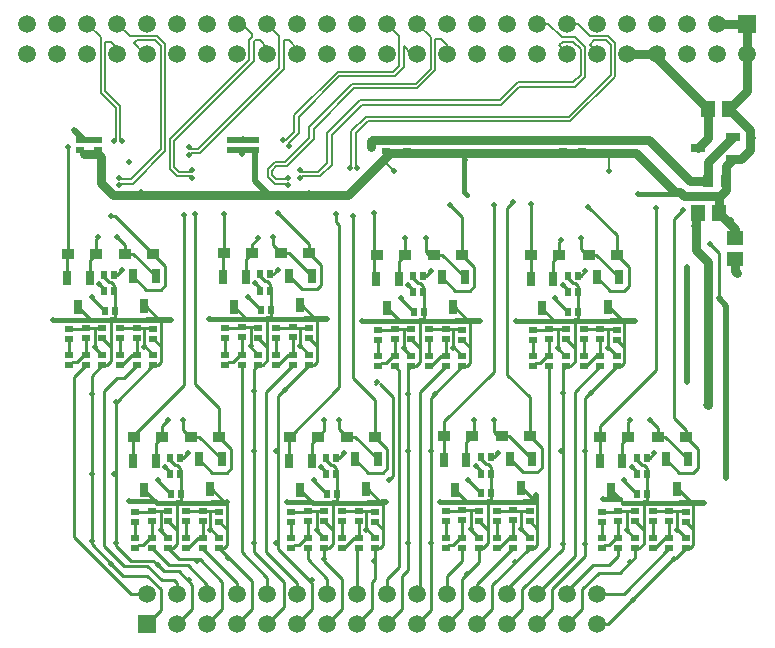
<source format=gtl>
G04 Layer_Physical_Order=1*
G04 Layer_Color=255*
%FSLAX25Y25*%
%MOIN*%
G70*
G01*
G75*
%ADD10R,0.04567X0.05787*%
%ADD11R,0.05787X0.04567*%
%ADD12R,0.02362X0.02559*%
%ADD13R,0.02756X0.04921*%
%ADD14R,0.03937X0.03268*%
%ADD15R,0.02559X0.02362*%
%ADD16R,0.04528X0.02559*%
%ADD17R,0.03661X0.03858*%
%ADD18C,0.03000*%
%ADD19C,0.02000*%
%ADD20C,0.01500*%
%ADD21C,0.01000*%
%ADD22C,0.00600*%
%ADD23R,0.05905X0.05905*%
%ADD24C,0.05905*%
%ADD25C,0.01968*%
%ADD26C,0.03150*%
G54D10*
X183496Y137000D02*
D03*
X190504D02*
D03*
X186996Y171500D02*
D03*
X194004D02*
D03*
G54D11*
X196000Y121496D02*
D03*
Y128504D02*
D03*
G54D12*
X163154Y55327D02*
D03*
X166500D02*
D03*
X-10827Y104347D02*
D03*
X-14173D02*
D03*
X-11000Y110846D02*
D03*
X-14346D02*
D03*
Y116347D02*
D03*
X-11000D02*
D03*
X11173Y43327D02*
D03*
X7827D02*
D03*
X11000Y49827D02*
D03*
X7654D02*
D03*
Y55327D02*
D03*
X11000D02*
D03*
X41173Y104500D02*
D03*
X37827D02*
D03*
X41000Y111000D02*
D03*
X37653D02*
D03*
Y116500D02*
D03*
X41000D02*
D03*
X63173Y43327D02*
D03*
X59827D02*
D03*
X63000Y49827D02*
D03*
X59654D02*
D03*
Y55327D02*
D03*
X63000D02*
D03*
X92173Y104000D02*
D03*
X88827D02*
D03*
X92000Y110500D02*
D03*
X88653D02*
D03*
Y116000D02*
D03*
X92000D02*
D03*
X114673Y43500D02*
D03*
X111327D02*
D03*
X114500Y50000D02*
D03*
X111153D02*
D03*
Y55500D02*
D03*
X114500D02*
D03*
X143673Y104000D02*
D03*
X140327D02*
D03*
X143500Y110500D02*
D03*
X140154D02*
D03*
Y116000D02*
D03*
X143500D02*
D03*
X166673Y43327D02*
D03*
X163327D02*
D03*
X166500Y49827D02*
D03*
X163154D02*
D03*
G54D13*
X180240Y54748D02*
D03*
X172760D02*
D03*
X176500Y44905D02*
D03*
X158240Y54248D02*
D03*
X150760D02*
D03*
X154500Y44405D02*
D03*
X2740Y115768D02*
D03*
X-4740D02*
D03*
X-1000Y105925D02*
D03*
X-19260Y115268D02*
D03*
X-26740D02*
D03*
X-23000Y105425D02*
D03*
X24740Y54748D02*
D03*
X17260D02*
D03*
X21000Y44905D02*
D03*
X2740Y54248D02*
D03*
X-4740D02*
D03*
X-1000Y44405D02*
D03*
X54740Y115921D02*
D03*
X47260D02*
D03*
X51000Y106079D02*
D03*
X32740Y115421D02*
D03*
X25260D02*
D03*
X29000Y105579D02*
D03*
X76740Y54748D02*
D03*
X69260D02*
D03*
X73000Y44905D02*
D03*
X54740Y54248D02*
D03*
X47260D02*
D03*
X51000Y44405D02*
D03*
X105740Y115421D02*
D03*
X98260D02*
D03*
X102000Y105579D02*
D03*
X83740Y114921D02*
D03*
X76260D02*
D03*
X80000Y105079D02*
D03*
X128240Y54921D02*
D03*
X120760D02*
D03*
X124500Y45079D02*
D03*
X106240Y54421D02*
D03*
X98760D02*
D03*
X102500Y44579D02*
D03*
X157240Y115421D02*
D03*
X149760D02*
D03*
X153500Y105579D02*
D03*
X135240Y114921D02*
D03*
X127760D02*
D03*
X131500Y105079D02*
D03*
G54D14*
X179500Y62327D02*
D03*
X170209D02*
D03*
X151000D02*
D03*
X160291D02*
D03*
X2000Y123346D02*
D03*
X-7291D02*
D03*
X-26500D02*
D03*
X-17209D02*
D03*
X24000Y62327D02*
D03*
X14709D02*
D03*
X-4500D02*
D03*
X4791D02*
D03*
X54000Y123500D02*
D03*
X44709D02*
D03*
X25500D02*
D03*
X34791D02*
D03*
X76000Y62327D02*
D03*
X66709D02*
D03*
X47500D02*
D03*
X56791D02*
D03*
X105000Y123000D02*
D03*
X95709D02*
D03*
X76500D02*
D03*
X85791D02*
D03*
X127500Y62500D02*
D03*
X118209D02*
D03*
X99000D02*
D03*
X108291D02*
D03*
X156500Y123000D02*
D03*
X147209D02*
D03*
X128000D02*
D03*
X137291D02*
D03*
G54D15*
X-9000Y95173D02*
D03*
Y98520D02*
D03*
Y86173D02*
D03*
Y89520D02*
D03*
X-3500Y95327D02*
D03*
Y98673D02*
D03*
Y86173D02*
D03*
Y89520D02*
D03*
X2000Y95000D02*
D03*
Y98347D02*
D03*
X2000Y86173D02*
D03*
Y89520D02*
D03*
X-26000Y95000D02*
D03*
Y98347D02*
D03*
X-26000Y86173D02*
D03*
Y89520D02*
D03*
X-20500Y95327D02*
D03*
Y98673D02*
D03*
Y86173D02*
D03*
Y89520D02*
D03*
X-15000Y95173D02*
D03*
Y98520D02*
D03*
Y86173D02*
D03*
Y89520D02*
D03*
X13000Y34154D02*
D03*
Y37500D02*
D03*
Y25153D02*
D03*
Y28500D02*
D03*
X18500Y34307D02*
D03*
Y37653D02*
D03*
Y25153D02*
D03*
Y28500D02*
D03*
X24000Y33980D02*
D03*
Y37327D02*
D03*
X24000Y25153D02*
D03*
Y28500D02*
D03*
X-4000Y33980D02*
D03*
Y37327D02*
D03*
X-4000Y25153D02*
D03*
Y28500D02*
D03*
X1500Y34307D02*
D03*
Y37653D02*
D03*
Y25153D02*
D03*
Y28500D02*
D03*
X7000Y34154D02*
D03*
Y37500D02*
D03*
Y25153D02*
D03*
Y28500D02*
D03*
X43000Y95327D02*
D03*
Y98673D02*
D03*
Y86327D02*
D03*
Y89673D02*
D03*
X48500Y95480D02*
D03*
Y98827D02*
D03*
Y86327D02*
D03*
Y89673D02*
D03*
X54000Y95153D02*
D03*
Y98500D02*
D03*
X54000Y86327D02*
D03*
Y89673D02*
D03*
X26000Y95153D02*
D03*
Y98500D02*
D03*
X26000Y86327D02*
D03*
Y89673D02*
D03*
X31500Y95480D02*
D03*
Y98827D02*
D03*
Y86327D02*
D03*
Y89673D02*
D03*
X37000Y95327D02*
D03*
Y98673D02*
D03*
Y86327D02*
D03*
Y89673D02*
D03*
X65000Y34154D02*
D03*
Y37500D02*
D03*
Y25153D02*
D03*
Y28500D02*
D03*
X70500Y34307D02*
D03*
Y37653D02*
D03*
Y25153D02*
D03*
Y28500D02*
D03*
X76000Y33980D02*
D03*
Y37327D02*
D03*
X76000Y25153D02*
D03*
Y28500D02*
D03*
X48000Y33980D02*
D03*
Y37327D02*
D03*
X48000Y25153D02*
D03*
Y28500D02*
D03*
X53500Y34307D02*
D03*
Y37653D02*
D03*
Y25153D02*
D03*
Y28500D02*
D03*
X59000Y34154D02*
D03*
Y37500D02*
D03*
Y25153D02*
D03*
Y28500D02*
D03*
X94000Y94827D02*
D03*
Y98173D02*
D03*
Y85827D02*
D03*
Y89173D02*
D03*
X99500Y94980D02*
D03*
Y98327D02*
D03*
Y85827D02*
D03*
Y89173D02*
D03*
X105000Y94653D02*
D03*
Y98000D02*
D03*
X105000Y85827D02*
D03*
Y89173D02*
D03*
X77000Y94653D02*
D03*
Y98000D02*
D03*
X77000Y85827D02*
D03*
Y89173D02*
D03*
X82500Y94980D02*
D03*
Y98327D02*
D03*
Y85827D02*
D03*
Y89173D02*
D03*
X88000Y94827D02*
D03*
Y98173D02*
D03*
Y85827D02*
D03*
Y89173D02*
D03*
X116500Y34327D02*
D03*
Y37673D02*
D03*
Y25327D02*
D03*
Y28673D02*
D03*
X122000Y34480D02*
D03*
Y37827D02*
D03*
Y25327D02*
D03*
Y28673D02*
D03*
X127500Y34154D02*
D03*
Y37500D02*
D03*
X127500Y25327D02*
D03*
Y28673D02*
D03*
X99500Y34154D02*
D03*
Y37500D02*
D03*
X99500Y25327D02*
D03*
Y28673D02*
D03*
X105000Y34480D02*
D03*
Y37827D02*
D03*
Y25327D02*
D03*
Y28673D02*
D03*
X110500Y34327D02*
D03*
Y37673D02*
D03*
Y25327D02*
D03*
Y28673D02*
D03*
X145500Y94827D02*
D03*
Y98173D02*
D03*
Y85827D02*
D03*
Y89173D02*
D03*
X151000Y94980D02*
D03*
Y98327D02*
D03*
Y85827D02*
D03*
Y89173D02*
D03*
X156500Y94653D02*
D03*
Y98000D02*
D03*
X156500Y85827D02*
D03*
Y89173D02*
D03*
X128500Y94653D02*
D03*
Y98000D02*
D03*
X128500Y85827D02*
D03*
Y89173D02*
D03*
X134000Y94980D02*
D03*
Y98327D02*
D03*
Y85827D02*
D03*
Y89173D02*
D03*
X139500Y94827D02*
D03*
Y98173D02*
D03*
Y85827D02*
D03*
Y89173D02*
D03*
X168500Y34154D02*
D03*
Y37500D02*
D03*
Y25153D02*
D03*
Y28500D02*
D03*
X174000Y34307D02*
D03*
Y37653D02*
D03*
Y25153D02*
D03*
Y28500D02*
D03*
X179500Y33980D02*
D03*
Y37327D02*
D03*
X179500Y25153D02*
D03*
Y28500D02*
D03*
X151500Y33980D02*
D03*
Y37327D02*
D03*
X151500Y25153D02*
D03*
Y28500D02*
D03*
X157000Y34307D02*
D03*
Y37653D02*
D03*
Y25153D02*
D03*
Y28500D02*
D03*
X162500Y34154D02*
D03*
Y37500D02*
D03*
Y25153D02*
D03*
Y28500D02*
D03*
X-16500Y157827D02*
D03*
Y161173D02*
D03*
X-22500Y157827D02*
D03*
Y161173D02*
D03*
X36000Y157827D02*
D03*
Y161173D02*
D03*
X28000Y157827D02*
D03*
Y161173D02*
D03*
X86500Y157500D02*
D03*
Y160846D02*
D03*
X79500Y157500D02*
D03*
Y160846D02*
D03*
X145000Y157500D02*
D03*
Y160846D02*
D03*
X138500Y157500D02*
D03*
Y160846D02*
D03*
G54D16*
X183693Y158500D02*
D03*
X195307Y162240D02*
D03*
Y154760D02*
D03*
G54D17*
X193000Y147500D02*
D03*
X186937D02*
D03*
G54D18*
X75110Y161390D02*
X167110D01*
X201000Y158000D02*
Y164504D01*
X129000Y157000D02*
X154000D01*
X163000D02*
X176000Y144000D01*
X190504Y137000D02*
X196000Y131504D01*
X81000Y157000D02*
X105500D01*
X79500Y155500D02*
X81000Y157000D01*
X40500Y143000D02*
X67000D01*
X-11500D02*
X30000D01*
X-21000Y156500D02*
X-16500D01*
X30000Y143000D02*
X40500D01*
X194004Y171500D02*
X201000Y164504D01*
X197760Y154760D02*
X201000Y158000D01*
X105500Y157000D02*
X129000D01*
X190000Y200000D02*
X200000D01*
Y190000D02*
Y200000D01*
Y177496D02*
Y190000D01*
X194004Y171500D02*
X200000Y177496D01*
X160000Y190000D02*
X170000D01*
Y188496D02*
Y190000D01*
Y188496D02*
X186996Y171500D01*
X195307Y154760D02*
X197760D01*
X193000Y147500D02*
Y152453D01*
X195307Y154760D01*
X186996Y161803D02*
Y171500D01*
X183693Y158500D02*
X186996Y161803D01*
X186937Y153870D02*
X195307Y162240D01*
X186937Y147500D02*
Y153870D01*
X181000Y147500D02*
X186937D01*
X167110Y161390D02*
X181000Y147500D01*
X193000Y144500D02*
Y147500D01*
X191000Y142500D02*
X193000Y144500D01*
X179000Y142500D02*
X191000D01*
X187000Y73000D02*
Y120500D01*
X183000Y124500D02*
X187000Y120500D01*
X183000Y124500D02*
Y132500D01*
Y136504D01*
X183496Y137000D01*
X190504D02*
Y142004D01*
X191000Y142500D01*
X196000Y117500D02*
Y121496D01*
Y117500D02*
X196500Y117000D01*
X196000Y128504D02*
Y131504D01*
X-15500Y147000D02*
X-11500Y143000D01*
X-16500Y156500D02*
X-15500Y155500D01*
Y147000D02*
Y155500D01*
X177500Y144000D02*
X179000Y142500D01*
X67000Y143000D02*
X79500Y155500D01*
X154000Y157000D02*
X163000D01*
X176000Y144000D02*
X177500D01*
X74500Y160780D02*
X75110Y161390D01*
X74500Y159000D02*
Y160780D01*
G54D19*
X28000Y161173D02*
X36000D01*
X-24500Y164500D02*
X-21173Y161173D01*
X28000Y157827D02*
X36000D01*
X180000Y80500D02*
Y119000D01*
X129500Y40500D02*
Y43000D01*
X78173Y40500D02*
X79500D01*
X78000Y40327D02*
X78173Y40500D01*
X26000Y40327D02*
X26327D01*
X26500Y40500D01*
X165500Y40327D02*
X166039D01*
X181500D02*
X185500D01*
X142500Y101000D02*
X143039D01*
X158500D02*
X162500D01*
X113500Y40500D02*
X114039D01*
X62000Y40327D02*
X62539D01*
X10000D02*
X10539D01*
X-12000Y101347D02*
X-11461D01*
X4000D02*
X8000D01*
X56000Y101500D02*
X60000D01*
X40000D02*
X40539D01*
X91000Y101000D02*
X91539D01*
X107000D02*
X111000D01*
X193000Y48500D02*
Y106000D01*
X190500Y108500D02*
X193000Y106000D01*
X-21173Y161173D02*
X-16500D01*
X0Y101347D02*
X4000D01*
X20500Y101500D02*
X21000D01*
X52500D02*
X56000D01*
X103000Y101000D02*
X107000D01*
X154500D02*
X158500D01*
X177500Y40327D02*
X181500D01*
X125500Y40500D02*
X129500D01*
X73500Y40327D02*
X78000D01*
X21500D02*
X26000D01*
X36000Y147500D02*
Y157827D01*
Y147500D02*
X40500Y143000D01*
G54D20*
X105500Y144000D02*
Y157000D01*
X152000Y41500D02*
X157405D01*
X97500Y40500D02*
X106579D01*
X46500D02*
X54905D01*
X-6000Y41000D02*
X2406D01*
X158579Y40327D02*
X165500D01*
X135579Y101000D02*
X142500D01*
X106579Y40500D02*
X113500D01*
X123000Y101000D02*
X135579D01*
X55079Y40327D02*
X62000D01*
X3079D02*
X10000D01*
X-31500Y101347D02*
X-18921D01*
X-12000D01*
X33079Y101500D02*
X40000D01*
X71500Y101000D02*
X84079D01*
X91000D01*
X105500Y144000D02*
X106500Y143000D01*
X163587Y143087D02*
X176587D01*
X177500Y144000D01*
X-11461Y101347D02*
X0D01*
X21000Y101500D02*
X33079D01*
X40539D02*
X52500D01*
X91539Y101000D02*
X103000D01*
X143039D02*
X154500D01*
X166039Y40327D02*
X177500D01*
X114039Y40500D02*
X125500D01*
X62539Y40327D02*
X73500D01*
X10539D02*
X21500D01*
G54D21*
X146000Y75327D02*
X156500Y85827D01*
X138500Y26500D02*
Y77000D01*
X175500Y22000D02*
X176347D01*
X153500Y0D02*
X175500Y22000D01*
X94500Y75327D02*
X105000Y85827D01*
X115000Y12827D02*
X127500Y25327D01*
X43500Y75827D02*
X54000Y86327D01*
X-10500Y73673D02*
X2000Y86173D01*
X43500Y25000D02*
Y75827D01*
X76000Y15000D02*
Y25153D01*
X43500Y25000D02*
X55000Y13500D01*
X24000Y25153D02*
X35000Y14153D01*
X26000Y40327D02*
X26500Y39827D01*
X-10500Y27000D02*
Y73673D01*
X10654Y21500D02*
X17500D01*
X10500Y17500D02*
X15000Y13000D01*
X179500Y62327D02*
Y64500D01*
X175500Y68500D02*
X179500Y64500D01*
X175500Y68500D02*
Y135000D01*
X178500Y138000D01*
X87000Y57500D02*
Y76500D01*
Y84827D01*
X138500Y77000D02*
Y84827D01*
X59000Y21500D02*
Y25153D01*
Y21000D02*
Y21500D01*
X106500Y16500D02*
X110500Y20500D01*
X105000Y15000D02*
X106500Y16500D01*
X161000Y20500D02*
X162500Y22000D01*
X157500Y17000D02*
X161000Y20500D01*
X146000Y26500D02*
Y57500D01*
Y22500D02*
Y26500D01*
X138500Y25000D02*
Y26500D01*
X146000Y57500D02*
Y75327D01*
X94500Y57500D02*
Y75327D01*
Y27000D02*
Y57500D01*
X87000Y27000D02*
Y57500D01*
X94500Y4500D02*
Y27000D01*
X87000Y18000D02*
Y27000D01*
X35500Y77500D02*
Y84827D01*
Y57500D02*
Y77500D01*
Y27000D02*
Y57500D01*
Y24000D02*
Y27000D01*
X3500Y19500D02*
X5500Y17500D01*
X2000Y21000D02*
X3500Y19500D01*
X-10500Y26000D02*
Y27000D01*
X-12000Y20000D02*
X-8000Y16000D01*
X-18500Y26500D02*
X-12000Y20000D01*
X-18500Y27500D02*
Y50000D01*
Y26500D02*
Y27500D01*
Y50000D02*
Y76500D01*
Y82673D01*
X134000Y25500D02*
Y85827D01*
X120000Y11500D02*
X134000Y25500D01*
X120000Y10000D02*
Y11500D01*
X142500Y22500D02*
Y77327D01*
X130000Y10000D02*
X142500Y22500D01*
X135000Y11500D02*
X146000Y22500D01*
X135000Y5000D02*
Y11500D01*
X148500Y19500D02*
X154000D01*
X140000Y11000D02*
X148500Y19500D01*
X140000Y10000D02*
Y11000D01*
X162500Y22000D02*
Y25153D01*
X150500Y17000D02*
X157500D01*
X145000Y11500D02*
X150500Y17000D01*
X145000Y5000D02*
Y11500D01*
X150000Y0D02*
X153500D01*
X142500Y77327D02*
X151000Y85827D01*
X157405Y41500D02*
X158579Y40327D01*
X154500Y44405D02*
X157405Y41500D01*
X91000Y12000D02*
Y77327D01*
X90000Y11000D02*
X91000Y12000D01*
X90000Y10000D02*
Y11000D01*
X91000Y77327D02*
X99500Y85827D01*
X82500D02*
X84000Y84327D01*
Y19000D02*
Y84327D01*
X80000Y15000D02*
X84000Y19000D01*
X55000Y5000D02*
Y13500D01*
X9000Y14500D02*
X10000Y13500D01*
X4737Y14500D02*
X9000D01*
X-13Y19250D02*
X4737Y14500D01*
X4500Y4500D02*
Y11500D01*
X0Y16000D02*
X4500Y11500D01*
X-8000Y16000D02*
X0D01*
X5500Y17500D02*
X10500D01*
X-5500Y21000D02*
X2000D01*
X20000Y10000D02*
Y13000D01*
X13500Y19500D02*
X20000Y13000D01*
X7153Y19500D02*
X13500D01*
X1500Y25153D02*
X7153Y19500D01*
X45500Y5500D02*
Y14000D01*
X35500Y24000D02*
X45500Y14000D01*
X39500Y77327D02*
X48500Y86327D01*
X39500Y24000D02*
Y77327D01*
Y24000D02*
X50000Y13500D01*
X54905Y40500D02*
X55079Y40327D01*
X51000Y44405D02*
X54905Y40500D01*
X31500Y23737D02*
Y86327D01*
Y23737D02*
X40000Y15237D01*
X-10500Y26000D02*
X-5500Y21000D01*
X2406Y41000D02*
X3079Y40327D01*
X-1000Y44405D02*
X2406Y41000D01*
X-7750Y19250D02*
X-13D01*
X-14500Y26000D02*
X-7750Y19250D01*
X-14500Y26000D02*
Y77500D01*
X-5500Y10000D02*
X0D01*
X-24500Y29000D02*
X-5500Y10000D01*
X-24500Y29000D02*
Y82173D01*
X-20500Y86173D01*
X156330Y28500D02*
X157000D01*
X154049Y26219D02*
X156330Y28500D01*
X152565Y26219D02*
X154049D01*
X151500Y25153D02*
X152565Y26219D01*
X151500Y28500D02*
Y33980D01*
X151500Y33980D02*
X151500Y33980D01*
X151500Y37327D02*
X156673D01*
X157000Y37653D01*
X162346D02*
X162500Y37500D01*
X157000Y28500D02*
Y34307D01*
X160000Y31000D02*
X162500Y28500D01*
X157000Y37653D02*
X160000D01*
X162346D01*
X165500Y26654D02*
Y31154D01*
X164000Y25153D02*
X165500Y26654D01*
X162500Y25153D02*
X164000D01*
X172516Y28500D02*
X174000D01*
X169170Y25153D02*
X172516Y28500D01*
X168500Y25153D02*
X169170D01*
X168500Y28500D02*
Y34154D01*
X174000Y28500D02*
Y34307D01*
X179327Y37500D02*
X179500Y37327D01*
X176500Y31500D02*
Y37500D01*
X179327D01*
X179500Y33980D02*
X182000Y31480D01*
Y26153D02*
Y31480D01*
X181000Y25153D02*
X182000Y26153D01*
X179500Y25153D02*
X181000D01*
X160000Y31327D02*
Y37653D01*
X166039Y40327D02*
X166673Y40961D01*
X165500Y31154D02*
Y40327D01*
Y31154D02*
X165500Y31154D01*
X162500Y34154D02*
X165500Y31154D01*
X182000Y31480D02*
Y39827D01*
X159000Y47653D02*
X163327Y43327D01*
X166500Y49827D02*
X166673Y49654D01*
Y43327D02*
Y49654D01*
X166500Y49827D02*
Y51980D01*
X165533Y52947D02*
X166500Y51980D01*
X164863Y52947D02*
X165533D01*
X163154Y54657D02*
X164863Y52947D01*
X163154Y54657D02*
Y55327D01*
X161500Y52327D02*
X163154Y50673D01*
Y49827D02*
Y50673D01*
X158240Y54248D02*
Y60276D01*
X160291Y62327D01*
X176500Y44905D02*
X176921D01*
X166500Y55327D02*
X167500D01*
X169000Y56827D01*
X172661Y62327D02*
X180240Y54748D01*
X170209Y62327D02*
X172661D01*
X172760Y54748D02*
X177181Y50327D01*
X182000D01*
X183500Y51827D01*
Y58327D01*
X179500Y62327D02*
X183500Y58327D01*
X160291Y62327D02*
Y67118D01*
X161000Y67827D01*
X170209Y62327D02*
Y65118D01*
X167500Y67827D02*
X170209Y65118D01*
X159000Y47653D02*
Y47827D01*
X176921Y44905D02*
X181500Y40327D01*
X182000Y39827D01*
X153500Y98173D02*
X156327D01*
X153500Y92173D02*
Y98173D01*
X156327D02*
X156500Y98000D01*
X136000Y108327D02*
Y108500D01*
Y108327D02*
X140327Y104000D01*
X134000Y98327D02*
X137000D01*
Y92000D02*
Y98327D01*
Y91673D02*
X139500Y89173D01*
X139347Y98327D02*
X139500Y98173D01*
X137000Y98327D02*
X139347D01*
X143500Y116000D02*
X144500D01*
X146000Y117500D01*
X138500Y113000D02*
X140154Y111346D01*
Y110500D02*
Y111346D01*
X131500Y105079D02*
X135579Y101000D01*
X139500Y85827D02*
X141000D01*
X142500Y87327D01*
X142500Y91827D02*
X142500Y91827D01*
X142500Y91827D02*
Y101000D01*
X139500Y94827D02*
X142500Y91827D01*
X142500Y87327D02*
Y91827D01*
X156500Y85827D02*
X158000D01*
X159000Y92154D02*
Y100500D01*
X156500Y94653D02*
X159000Y92154D01*
X158500Y101000D02*
X159000Y100500D01*
X143039Y101000D02*
X143673Y101634D01*
Y104000D01*
X153921Y105579D02*
X158500Y101000D01*
X153500Y105579D02*
X153921D01*
X134000Y89173D02*
Y94980D01*
X128500Y98000D02*
X133673D01*
X134000Y98327D01*
X128500Y85827D02*
X129565Y86892D01*
X131049D01*
X133330Y89173D01*
X134000D01*
X128500D02*
Y94653D01*
X128500Y94653D02*
X128500Y94653D01*
X151000Y89173D02*
Y94980D01*
X145500Y85827D02*
X146170D01*
X149516Y89173D01*
X151000D01*
X145500D02*
Y94827D01*
X149661Y123000D02*
X157240Y115421D01*
X149760D02*
X154181Y111000D01*
X159000D01*
X160500Y112500D01*
Y119000D01*
X156500Y123000D02*
X160500Y119000D01*
X140154Y115330D02*
Y116000D01*
X142533Y113620D02*
X143500Y112654D01*
X140154Y115330D02*
X141863Y113620D01*
X142533D01*
X143500Y110500D02*
Y112654D01*
Y110500D02*
X143673Y110327D01*
X124500Y37673D02*
X127327D01*
X124500Y31673D02*
Y37673D01*
X127327D02*
X127500Y37500D01*
X107000Y47827D02*
Y48000D01*
Y47827D02*
X111327Y43500D01*
X105000Y37827D02*
X108000D01*
Y31500D02*
Y37827D01*
Y31173D02*
X110500Y28673D01*
X110346Y37827D02*
X110500Y37673D01*
X108000Y37827D02*
X110346D01*
X114500Y55500D02*
X115500D01*
X117000Y57000D01*
X109500Y52500D02*
X111153Y50846D01*
Y50000D02*
Y50846D01*
X102500Y44579D02*
X106579Y40500D01*
X110500Y25327D02*
X112000D01*
X113500Y26827D01*
X113500Y31327D02*
X113500Y31327D01*
X113500Y31327D02*
Y40500D01*
X110500Y34327D02*
X113500Y31327D01*
X113500Y26827D02*
Y31327D01*
X127500Y25327D02*
X129000D01*
X130000Y26327D01*
Y31653D01*
Y40000D01*
X127500Y34154D02*
X130000Y31653D01*
X129500Y40500D02*
X130000Y40000D01*
X114039Y40500D02*
X114673Y41134D01*
Y43500D01*
X124921Y45079D02*
X129500Y40500D01*
X124500Y45079D02*
X124921D01*
X105000Y28673D02*
Y34480D01*
X99500Y37500D02*
X104673D01*
X105000Y37827D01*
X99500Y25327D02*
X100565Y26392D01*
X102049D01*
X104330Y28673D01*
X105000D01*
X99500D02*
Y34154D01*
X99500Y34154D02*
X99500Y34154D01*
X122000Y28673D02*
Y34480D01*
X116500Y25327D02*
X117170D01*
X120516Y28673D01*
X122000D01*
X116500D02*
Y34327D01*
X120661Y62500D02*
X128240Y54921D01*
X120760D02*
X125181Y50500D01*
X130000D01*
X131500Y52000D01*
Y58500D01*
X127500Y62500D02*
X131500Y58500D01*
X111153Y54830D02*
Y55500D01*
X113533Y53120D02*
X114500Y52153D01*
X111153Y54830D02*
X112863Y53120D01*
X113533D01*
X114673Y43500D02*
Y49827D01*
X114500Y50000D02*
Y52153D01*
Y50000D02*
X114673Y49827D01*
X166673Y40961D02*
Y43327D01*
X143673Y104000D02*
Y110327D01*
X159000Y86827D02*
Y92154D01*
X158000Y85827D02*
X159000Y86827D01*
X158846Y10000D02*
X174000Y25153D01*
X150000Y10000D02*
X158846D01*
X130000Y0D02*
X135000Y5000D01*
X125000D02*
Y11500D01*
X120000Y0D02*
X125000Y5000D01*
X115000D02*
Y12827D01*
X110000Y0D02*
X115000Y5000D01*
X110000Y13327D02*
X122000Y25327D01*
X110000Y10000D02*
Y13327D01*
X110500Y20500D02*
Y25327D01*
X105000Y5000D02*
Y15000D01*
X100000Y0D02*
X105000Y5000D01*
X105000Y21000D02*
Y25327D01*
X100000Y16000D02*
X105000Y21000D01*
X100000Y10000D02*
Y16000D01*
X73000Y37500D02*
X75827D01*
X73000Y31500D02*
Y37500D01*
X75827D02*
X76000Y37327D01*
X55500Y47653D02*
Y47827D01*
Y47653D02*
X59827Y43327D01*
X53500Y37653D02*
X56500D01*
Y31327D02*
Y37653D01*
Y31000D02*
X59000Y28500D01*
X58846Y37653D02*
X59000Y37500D01*
X56500Y37653D02*
X58846D01*
X63000Y55327D02*
X64000D01*
X65500Y56827D01*
X58000Y52327D02*
X59654Y50673D01*
Y49827D02*
Y50673D01*
X59000Y25153D02*
X60500D01*
X62000Y26654D01*
X76000Y25153D02*
X77500D01*
X78500Y26153D01*
Y31480D01*
X62000Y31154D02*
X62000Y31154D01*
Y26654D02*
Y31154D01*
X59000Y34154D02*
X62000Y31154D01*
Y40327D01*
X76000Y33980D02*
X78500Y31480D01*
X78000Y40327D02*
X78500Y39827D01*
Y31480D02*
Y39827D01*
X62539Y40327D02*
X63173Y40961D01*
Y43327D01*
X73421Y44905D02*
X78000Y40327D01*
X73000Y44905D02*
X73421D01*
X53500Y28500D02*
Y34307D01*
X48000Y37327D02*
X53173D01*
X53500Y37653D01*
X48000Y25153D02*
X49065Y26219D01*
X50549D01*
X52830Y28500D01*
X53500D01*
X48000D02*
Y33980D01*
X48000Y33980D02*
X48000Y33980D01*
X70500Y28500D02*
Y34307D01*
X65000Y25153D02*
X65670D01*
X69016Y28500D01*
X70500D01*
X65000D02*
Y34154D01*
X69161Y62327D02*
X76740Y54748D01*
X69260D02*
X73681Y50327D01*
X78500D01*
X80000Y51827D01*
Y58327D01*
X76000Y62327D02*
X80000Y58327D01*
X59654Y54657D02*
X61363Y52947D01*
X62033D01*
X59654Y54657D02*
Y55327D01*
X63000Y49827D02*
X63173Y49654D01*
Y43327D02*
Y49654D01*
X62033Y52947D02*
X63000Y51980D01*
Y49827D02*
Y51980D01*
X21000Y37500D02*
X23827D01*
X21000Y31500D02*
Y37500D01*
X23827D02*
X24000Y37327D01*
X3500Y47653D02*
Y47827D01*
Y47653D02*
X7827Y43327D01*
X1500Y37653D02*
X4500D01*
Y31327D02*
Y37653D01*
Y31000D02*
X7000Y28500D01*
X6847Y37653D02*
X7000Y37500D01*
X4500Y37653D02*
X6847D01*
X11000Y55327D02*
X12000D01*
X13500Y56827D01*
X6000Y52327D02*
X7654Y50673D01*
Y49827D02*
Y50673D01*
X7000Y25153D02*
X8500D01*
X10000Y26654D01*
Y31154D01*
X24000Y25153D02*
X25500D01*
X26500Y26153D01*
Y31480D01*
X7000Y34154D02*
X10000Y31154D01*
X10000Y31154D01*
X10000Y31154D02*
Y40327D01*
X24000Y33980D02*
X26500Y31480D01*
Y39827D01*
X10539Y40327D02*
X11173Y40961D01*
Y43327D01*
X21421Y44905D02*
X26000Y40327D01*
X21000Y44905D02*
X21421D01*
X1500Y28500D02*
Y34307D01*
X-4000Y37327D02*
X1173D01*
X1500Y37653D01*
X-4000Y25153D02*
X-2935Y26219D01*
X-1451D01*
X830Y28500D01*
X1500D01*
X-4000D02*
Y33980D01*
X-4000Y33980D02*
X-4000Y33980D01*
X18500Y28500D02*
Y34307D01*
X13000Y25153D02*
X13670D01*
X17016Y28500D01*
X18500D01*
X13000D02*
Y34154D01*
X17161Y62327D02*
X24740Y54748D01*
X17260D02*
X21681Y50327D01*
X26500D01*
X28000Y51827D01*
Y58327D01*
X24000Y62327D02*
X28000Y58327D01*
X7654Y54657D02*
Y55327D01*
X9363Y52947D02*
X10033D01*
X11000Y49827D02*
Y51980D01*
X7654Y54657D02*
X9363Y52947D01*
X10033D02*
X11000Y51980D01*
X11173Y43327D02*
Y49654D01*
X11000Y49827D02*
X11173Y49654D01*
X-1000Y98520D02*
X1827D01*
X-1000Y92520D02*
Y98520D01*
X1827D02*
X2000Y98347D01*
X-18500Y108673D02*
Y108846D01*
Y108673D02*
X-14173Y104347D01*
X-20500Y98673D02*
X-17500D01*
Y92347D02*
Y98673D01*
Y92020D02*
X-15000Y89520D01*
X-15154Y98673D02*
X-15000Y98520D01*
X-17500Y98673D02*
X-15154D01*
X-11000Y116347D02*
X-10000D01*
X-8500Y117847D01*
X-10000Y128847D02*
X-7291Y126138D01*
Y123346D02*
Y126138D01*
X-17209Y123346D02*
Y128138D01*
X-16500Y128847D01*
X-16000Y113347D02*
X-14346Y111693D01*
Y110846D02*
Y111693D01*
X-15000Y86173D02*
X-13500D01*
X-12000Y87673D01*
Y92173D01*
X2000Y86173D02*
X3500D01*
X4500Y87173D01*
Y92500D01*
X-15000Y95173D02*
X-12000Y92173D01*
X-12000Y92173D01*
X-12000Y92173D02*
Y101347D01*
X2000Y95000D02*
X4500Y92500D01*
X4000Y101347D02*
X4500Y100847D01*
Y92500D02*
Y100847D01*
X-23000Y105425D02*
X-18921Y101347D01*
X-11461D02*
X-10827Y101980D01*
Y104347D01*
X-579Y105925D02*
X4000Y101347D01*
X-1000Y105925D02*
X-579D01*
X-20500Y89520D02*
Y95327D01*
X-26000Y98347D02*
X-20827D01*
X-20500Y98673D01*
X-26000Y86173D02*
X-24935Y87239D01*
X-23451D01*
X-21170Y89520D01*
X-20500D01*
X-26000D02*
Y95000D01*
X-26000Y95000D02*
X-26000Y95000D01*
X-3500Y89520D02*
Y95327D01*
X-9000Y86173D02*
X-8330D01*
X-4984Y89520D01*
X-3500D01*
X-9000D02*
Y95173D01*
X-19260Y115268D02*
Y121295D01*
X-17209Y123346D01*
X-26740Y115268D02*
Y123106D01*
X-26500Y123346D01*
X-4839D02*
X2740Y115768D01*
X-7291Y123346D02*
X-4839D01*
X-4740Y115768D02*
X-319Y111346D01*
X4500D01*
X6000Y112847D01*
Y119346D01*
X2000Y123346D02*
X6000Y119346D01*
X-14346Y115677D02*
X-12637Y113967D01*
X-11967D01*
X-11000Y110846D02*
Y113000D01*
X-14346Y115677D02*
Y116347D01*
X-11967Y113967D02*
X-11000Y113000D01*
X-10827Y104347D02*
Y110673D01*
X-11000Y110846D02*
X-10827Y110673D01*
X51000Y98673D02*
X53827D01*
X51000Y92673D02*
Y98673D01*
X53827D02*
X54000Y98500D01*
X33500Y108827D02*
Y109000D01*
Y108827D02*
X37827Y104500D01*
X31500Y98827D02*
X34500D01*
Y92500D02*
Y98827D01*
Y92173D02*
X37000Y89673D01*
X36847Y98827D02*
X37000Y98673D01*
X34500Y98827D02*
X36847D01*
X41000Y116500D02*
X42000D01*
X43500Y118000D01*
X36000Y113500D02*
X37653Y111846D01*
Y111000D02*
Y111846D01*
X40000Y92327D02*
X40000Y92327D01*
X54000Y86327D02*
X55500D01*
X56500Y87327D01*
Y92654D01*
X37000Y95327D02*
X40000Y92327D01*
Y101500D01*
X54000Y95153D02*
X56500Y92654D01*
Y101000D01*
X56000Y101500D02*
X56500Y101000D01*
X29000Y105579D02*
X33079Y101500D01*
X40539D02*
X41173Y102134D01*
Y104500D01*
X51421Y106079D02*
X56000Y101500D01*
X51000Y106079D02*
X51421D01*
X26000Y98500D02*
X31173D01*
X31500Y98827D01*
X26000Y86327D02*
X27065Y87392D01*
X28549D01*
X30830Y89673D01*
X31500D01*
X26000D02*
Y95153D01*
X26000Y95153D02*
X26000Y95153D01*
X48500Y89673D02*
Y95480D01*
X43000Y86327D02*
X43670D01*
X47016Y89673D01*
X48500D01*
X47161Y123500D02*
X54740Y115921D01*
X47260D02*
X51681Y111500D01*
X56500D01*
X58000Y113000D01*
Y119500D01*
X54000Y123500D02*
X58000Y119500D01*
X41173Y104500D02*
Y110827D01*
X37653Y115830D02*
X39363Y114120D01*
X40033D01*
X37653Y115830D02*
Y116500D01*
X41000Y111000D02*
X41173Y110827D01*
X40033Y114120D02*
X41000Y113154D01*
Y111000D02*
Y113154D01*
X102000Y98173D02*
X104827D01*
X102000Y92173D02*
Y98173D01*
X104827D02*
X105000Y98000D01*
X84500Y108327D02*
Y108500D01*
Y108327D02*
X88827Y104000D01*
X82500Y98327D02*
X85500D01*
Y92000D02*
Y98327D01*
Y91673D02*
X88000Y89173D01*
X87846Y98327D02*
X88000Y98173D01*
X85500Y98327D02*
X87846D01*
X92000Y116000D02*
X93000D01*
X94500Y117500D01*
X87000Y113000D02*
X88653Y111346D01*
Y110500D02*
Y111346D01*
X88000Y85827D02*
X89500D01*
X91000Y87327D01*
Y91827D01*
X105000Y85827D02*
X106500D01*
X107500Y86827D01*
Y92154D01*
X88000Y94827D02*
X91000Y91827D01*
X91000Y91827D01*
X91000Y91827D02*
Y101000D01*
X105000Y94653D02*
X107500Y92154D01*
Y100500D01*
X107000Y101000D02*
X107500Y100500D01*
X80000Y105079D02*
X84079Y101000D01*
X91539D02*
X92173Y101634D01*
Y104000D01*
X102421Y105579D02*
X107000Y101000D01*
X102000Y105579D02*
X102421D01*
X82500Y89173D02*
Y94980D01*
X77000Y98000D02*
X82173D01*
X82500Y98327D01*
X77000Y85827D02*
X78065Y86892D01*
X79549D01*
X81830Y89173D01*
X82500D01*
X77000D02*
Y94653D01*
X77000Y94653D02*
X77000Y94653D01*
X99500Y89173D02*
Y94980D01*
X94000Y85827D02*
X94670D01*
X98016Y89173D01*
X99500D01*
X94000D02*
Y94827D01*
X98161Y123000D02*
X105740Y115421D01*
X98260D02*
X102681Y111000D01*
X107500D01*
X109000Y112500D01*
Y119000D01*
X105000Y123000D02*
X109000Y119000D01*
X92173Y104000D02*
Y110327D01*
X88653Y115330D02*
X90363Y113620D01*
X91033D01*
X88653Y115330D02*
Y116000D01*
X92000Y110500D02*
X92173Y110327D01*
X91033Y113620D02*
X92000Y112654D01*
Y110500D02*
Y112654D01*
X90000Y0D02*
X94500Y4500D01*
X85000Y5000D02*
Y16000D01*
X80000Y0D02*
X85000Y5000D01*
X80000Y10000D02*
Y15000D01*
X75000Y14000D02*
X76000Y15000D01*
X75000Y5000D02*
Y14000D01*
X70000Y0D02*
X75000Y5000D01*
X70000Y10000D02*
Y24654D01*
X70500Y25153D01*
X59000Y21000D02*
X65000Y15000D01*
Y5000D02*
Y15000D01*
X60000Y0D02*
X65000Y5000D01*
X53500Y21500D02*
Y25153D01*
Y21500D02*
X60000Y15000D01*
Y10000D02*
Y15000D01*
X50000Y0D02*
X55000Y5000D01*
X31500Y89673D02*
Y95480D01*
X43000Y89673D02*
Y95327D01*
X37000Y86327D02*
X38500D01*
X40000Y87827D01*
Y92327D01*
X35500Y84827D02*
X37000Y86327D01*
X40000Y0D02*
X45500Y5500D01*
X40000Y10000D02*
Y15237D01*
X35000Y5000D02*
Y14153D01*
X30000Y0D02*
X35000Y5000D01*
X30000Y10000D02*
Y13500D01*
X18500Y25000D02*
X30000Y13500D01*
X18500Y25000D02*
Y25153D01*
X25000Y5000D02*
Y14000D01*
X20000Y0D02*
X25000Y5000D01*
X15000D02*
Y13000D01*
X10000Y0D02*
X15000Y5000D01*
X-10000Y82000D02*
X-7673D01*
X-3500Y86173D01*
X7000Y25153D02*
X10654Y21500D01*
X17500D02*
X25000Y14000D01*
X-14500Y77500D02*
X-10000Y82000D01*
X10000Y10000D02*
Y13500D01*
X0Y0D02*
X4500Y4500D01*
X80500Y47827D02*
X82000Y49327D01*
Y75500D01*
X77500Y80000D02*
X82000Y75500D01*
X76000Y80000D02*
X76500Y80500D01*
X151000Y62327D02*
Y66000D01*
X169500Y84500D01*
Y138500D01*
X156500Y123000D02*
Y129500D01*
X147000Y139000D02*
X156500Y129500D01*
X144500Y125000D02*
X146500Y123000D01*
X144500Y125000D02*
Y128500D01*
X146500Y123000D02*
X147209D01*
X149661D01*
X135240Y114921D02*
Y120949D01*
X137291Y123000D01*
Y127291D01*
X138000Y128000D01*
X127500Y62500D02*
Y75500D01*
X109000Y63209D02*
Y68000D01*
X108291Y62500D02*
X109000Y63209D01*
X106240Y54421D02*
Y60449D01*
X108291Y62500D01*
X98760Y54421D02*
Y62260D01*
X99000Y62500D01*
Y67500D01*
X115500Y84000D01*
X86000Y123209D02*
Y128500D01*
X85791Y123000D02*
X86000Y123209D01*
X83740Y114921D02*
Y120949D01*
X85791Y123000D01*
X105000D02*
Y135500D01*
X76000Y62327D02*
Y74500D01*
X68500Y82000D02*
X76000Y74500D01*
X47260Y54248D02*
Y62087D01*
X47500Y62327D01*
X64000Y78827D01*
X64000Y65000D02*
X66673Y62327D01*
X64000Y65000D02*
Y67827D01*
X66673Y62327D02*
X66709D01*
X69161D01*
X54740Y54248D02*
Y60276D01*
X56791Y62327D01*
X59000Y64535D01*
Y68000D01*
X4791Y65791D02*
X7000Y68000D01*
X4791Y62327D02*
Y65791D01*
X44709Y123500D02*
X47161D01*
X42000Y126209D02*
Y129000D01*
Y126209D02*
X44709Y123500D01*
X25260Y115421D02*
Y123260D01*
X25500Y123500D01*
X34791Y126291D02*
X37000Y128500D01*
X34791Y123500D02*
Y126291D01*
X32740Y115421D02*
Y121449D01*
X34791Y123500D01*
X2740Y54248D02*
Y60276D01*
X4791Y62327D01*
X-4740Y54248D02*
Y62087D01*
X-4500Y62327D01*
Y63000D01*
X12000Y64500D02*
X14173Y62327D01*
X12000Y64500D02*
Y67827D01*
X14173Y62327D02*
X14709D01*
X17161D01*
X24000D02*
Y72000D01*
X16000Y80000D02*
X24000Y72000D01*
X-26500Y123346D02*
Y159000D01*
X115500Y84000D02*
Y139500D01*
X101000D02*
X105000Y135500D01*
X187500Y126500D02*
X190500Y123500D01*
Y108500D02*
Y123500D01*
X120000Y83000D02*
X127500Y75500D01*
X120000Y83000D02*
Y138500D01*
X122000Y140500D01*
X115500Y64000D02*
X117000Y62500D01*
X115500Y64000D02*
Y68000D01*
X117000Y62500D02*
X118209D01*
X120661D01*
X25500Y123500D02*
Y136500D01*
X16000Y80000D02*
Y136500D01*
X43500Y137000D02*
X54000Y126500D01*
Y123500D02*
Y126500D01*
X68500Y82000D02*
Y136000D01*
X75500Y115681D02*
X76260Y114921D01*
X12160Y79659D02*
Y136160D01*
X-4500Y63000D02*
X12160Y79659D01*
X64000Y78827D02*
Y133000D01*
X63000Y134000D02*
X64000Y133000D01*
X63000Y134000D02*
Y136500D01*
X150760Y62087D02*
X151000Y62327D01*
X150760Y54248D02*
Y62087D01*
X93000Y124000D02*
X94000Y123000D01*
X93000Y124000D02*
Y128500D01*
X94000Y123000D02*
X95709D01*
X98161D01*
X13000Y37500D02*
X21000D01*
X21087Y31413D02*
X24000Y28500D01*
X168500Y37500D02*
X176500D01*
X176587Y31413D02*
X179500Y28500D01*
X65000Y37500D02*
X73000D01*
X73087Y31413D02*
X76000Y28500D01*
X116500Y37673D02*
X124500D01*
X124587Y31587D02*
X127500Y28673D01*
X-9000Y98520D02*
X-1000D01*
X-913Y92433D02*
X2000Y89520D01*
X75500Y115681D02*
Y137000D01*
X94000Y98173D02*
X102000D01*
X102087Y92087D02*
X105000Y89173D01*
X43000Y98673D02*
X51000D01*
X51087Y92587D02*
X54000Y89673D01*
X145500Y98173D02*
X153500D01*
X153587Y92087D02*
X156500Y89173D01*
X127760Y114921D02*
Y140000D01*
X176347Y22000D02*
X179500Y25153D01*
X-18500Y82673D02*
X-15000Y86173D01*
X50000Y10000D02*
Y13500D01*
X85000Y16000D02*
X87000Y18000D01*
Y84827D02*
X88000Y85827D01*
X125000Y11500D02*
X138500Y25000D01*
Y84827D02*
X139500Y85827D01*
X154000Y19500D02*
X157000Y22500D01*
Y25153D01*
X140000Y0D02*
X145000Y5000D01*
X-12000Y136000D02*
X-10654D01*
X2000Y123346D01*
G54D22*
X67416Y152000D02*
X68000Y152584D01*
X69400D02*
X69984Y152000D01*
X69400Y152584D02*
Y163500D01*
X73400Y167500D01*
X68000Y152584D02*
Y164080D01*
X72820Y168900D01*
X140400D01*
X154500Y183000D01*
X73400Y167500D02*
X140980D01*
X155490Y182010D01*
Y182010D01*
X155900Y182420D01*
Y193580D01*
X154500Y183000D02*
Y193000D01*
X153000Y194500D02*
X154500Y193000D01*
X153990Y195490D02*
X155900Y193580D01*
X153990Y195490D02*
X153990D01*
X153580Y195900D02*
X153990Y195490D01*
X150000Y190000D02*
Y190500D01*
X51000Y148657D02*
X51584Y149241D01*
X57580D01*
X51000Y151225D02*
X51584Y150641D01*
X57000D01*
X60000Y153641D01*
X57580Y149241D02*
X61400Y153061D01*
Y162900D01*
X71500Y173000D01*
X60000Y153641D02*
Y163480D01*
X70920Y174400D01*
X117400D01*
X71500Y173000D02*
X117980D01*
X123980Y179000D01*
X117400Y174400D02*
X123400Y180400D01*
X142000D01*
X144500Y182900D01*
Y191500D01*
X123980Y179000D02*
X142580D01*
X145900Y182320D01*
Y192080D01*
X142000Y194000D02*
X144500Y191500D01*
X142580Y195400D02*
X145900Y192080D01*
X140000Y200000D02*
X143500D01*
X147600Y195900D01*
X153580D01*
X149000Y194500D02*
X153000D01*
X147500Y193000D02*
X149000Y194500D01*
X147500Y193000D02*
X150000Y190500D01*
X130000Y200000D02*
X133500D01*
X138100Y195400D01*
X142580D01*
X138500Y194000D02*
X142000D01*
X137250Y192750D02*
X138500Y194000D01*
X137250Y192750D02*
X140000Y190000D01*
X46416Y146682D02*
X47000Y146098D01*
X42420Y146682D02*
X46416D01*
Y148082D02*
X47000Y148666D01*
X43000Y148082D02*
X46416D01*
X41500Y149582D02*
X43000Y148082D01*
X41500Y149582D02*
Y151000D01*
X40100Y149002D02*
X42420Y146682D01*
X41500Y151000D02*
X43000Y152500D01*
X40100Y149002D02*
Y151580D01*
X42420Y153900D01*
X45900D01*
X43000Y152500D02*
X46480D01*
X45900Y153900D02*
X54000Y162000D01*
X46480Y152500D02*
X55400Y161420D01*
Y165000D01*
X68900Y178500D01*
X54000Y162000D02*
Y165580D01*
X68320Y179900D01*
X89400D01*
X68900Y178500D02*
X89980D01*
X89400Y179900D02*
X94500Y185000D01*
X89980Y178500D02*
X95900Y184420D01*
X94500Y185000D02*
Y195500D01*
X90000Y200000D02*
X94500Y195500D01*
X47153Y159347D02*
Y160173D01*
X49990Y163010D01*
X45337Y161163D02*
X46163D01*
X49000Y164000D01*
Y169500D01*
X49990Y163010D02*
Y163010D01*
X50400Y163420D01*
Y168920D01*
X63980Y182500D01*
X49000Y169500D02*
X63400Y183900D01*
X81900D01*
X84000Y186000D01*
X63980Y182500D02*
X82480D01*
X84990Y185010D01*
Y185010D01*
X85400Y185420D01*
Y192500D01*
X84000Y186000D02*
Y196000D01*
X80000Y200000D02*
X84000Y196000D01*
X85400Y192500D02*
X87900Y190000D01*
X90000D01*
X14000Y156377D02*
X14584Y156961D01*
X17580D01*
X14000Y158946D02*
X14584Y158361D01*
X17000D01*
X44000Y185361D01*
X17580Y156961D02*
X45400Y184782D01*
Y194400D01*
X14416Y149284D02*
X15000Y148700D01*
X14416Y150684D02*
X15000Y151268D01*
X10500Y150684D02*
X14416D01*
X9000Y152184D02*
X10500Y150684D01*
X9920Y149284D02*
X14416D01*
X7600Y151604D02*
X9920Y149284D01*
X9000Y152184D02*
Y161000D01*
X7600Y151604D02*
Y161580D01*
X34000Y187980D01*
X9000Y161000D02*
X35400Y187400D01*
Y193900D01*
X36000Y194500D01*
X34000Y187980D02*
Y194480D01*
X35010Y195490D01*
X-9500Y146141D02*
X-8916Y146725D01*
X-4920D01*
X-9500Y148709D02*
X-8916Y148125D01*
X-5500D01*
X4500Y158125D01*
X-4920Y146725D02*
X5900Y157545D01*
Y193080D01*
X4500Y158125D02*
Y192500D01*
X2500Y194500D02*
X4500Y192500D01*
X3490Y195490D02*
X5900Y193080D01*
X3490Y195490D02*
X3490D01*
X3080Y195900D02*
X3490Y195490D01*
X-5900Y195900D02*
X3080D01*
X-10000Y200000D02*
X-5900Y195900D01*
X-11084Y161000D02*
X-10500Y161584D01*
Y172000D01*
X-9100Y161584D02*
X-8516Y161000D01*
X-9100Y161584D02*
Y172580D01*
X-15500Y177000D02*
X-10500Y172000D01*
X-14100Y177580D02*
X-9100Y172580D01*
X-15500Y177000D02*
Y195500D01*
X-20000Y200000D02*
X-15500Y195500D01*
X36000Y194500D02*
X37500D01*
X40000Y192000D01*
Y190000D02*
Y192000D01*
X30000Y200000D02*
X31500D01*
X35010Y196490D01*
Y195490D02*
Y196490D01*
X-10000Y190000D02*
Y192000D01*
X-12000Y194000D02*
X-10000Y192000D01*
X-14100Y194000D02*
X-12000D01*
X-14100Y177580D02*
Y194000D01*
X-3500Y194500D02*
X2500D01*
X-4500Y193500D02*
X-3500Y194500D01*
X-4500Y193500D02*
X-1000Y190000D01*
X79500Y153500D02*
X82236Y150764D01*
X79500Y153500D02*
Y155500D01*
Y157500D01*
X153764Y150764D02*
X154000Y151000D01*
Y157000D01*
X40000Y200000D02*
X44000Y196000D01*
Y185361D02*
Y196000D01*
X45400Y194400D02*
X47100D01*
X50000Y191500D01*
Y190000D02*
Y191500D01*
X100000Y190000D02*
Y193000D01*
X98000Y195000D02*
X100000Y193000D01*
X95900Y195000D02*
X98000D01*
X95900Y184420D02*
Y195000D01*
G54D23*
X200000Y200000D02*
D03*
X0Y0D02*
D03*
G54D24*
X200000Y190000D02*
D03*
X190000Y200000D02*
D03*
Y190000D02*
D03*
X180000Y200000D02*
D03*
Y190000D02*
D03*
X170000Y200000D02*
D03*
Y190000D02*
D03*
X160000Y200000D02*
D03*
Y190000D02*
D03*
X150000Y200000D02*
D03*
X140000Y190000D02*
D03*
X130000Y200000D02*
D03*
Y190000D02*
D03*
X120000Y200000D02*
D03*
Y190000D02*
D03*
X110000Y200000D02*
D03*
Y190000D02*
D03*
X100000Y200000D02*
D03*
Y190000D02*
D03*
X90000Y200000D02*
D03*
Y190000D02*
D03*
X80000Y200000D02*
D03*
Y190000D02*
D03*
X70000Y200000D02*
D03*
Y190000D02*
D03*
X60000Y200000D02*
D03*
Y190000D02*
D03*
X50000Y200000D02*
D03*
Y190000D02*
D03*
X40000Y200000D02*
D03*
Y190000D02*
D03*
X30000Y200000D02*
D03*
Y190000D02*
D03*
X20000Y200000D02*
D03*
Y190000D02*
D03*
X10000Y200000D02*
D03*
Y190000D02*
D03*
X0Y200000D02*
D03*
Y190000D02*
D03*
X-10000Y200000D02*
D03*
Y190000D02*
D03*
X-20000Y200000D02*
D03*
Y190000D02*
D03*
X-30000Y200000D02*
D03*
Y190000D02*
D03*
X-40000Y200000D02*
D03*
Y190000D02*
D03*
X140000Y200000D02*
D03*
X150000Y190000D02*
D03*
Y10000D02*
D03*
Y0D02*
D03*
X140000Y10000D02*
D03*
Y0D02*
D03*
X130000Y10000D02*
D03*
Y0D02*
D03*
X120000Y10000D02*
D03*
Y0D02*
D03*
X110000Y10000D02*
D03*
Y0D02*
D03*
X100000Y10000D02*
D03*
Y0D02*
D03*
X90000Y10000D02*
D03*
Y0D02*
D03*
X80000Y10000D02*
D03*
Y0D02*
D03*
X70000Y10000D02*
D03*
Y0D02*
D03*
X60000Y10000D02*
D03*
Y0D02*
D03*
X50000Y10000D02*
D03*
Y0D02*
D03*
X40000Y10000D02*
D03*
Y0D02*
D03*
X30000Y10000D02*
D03*
Y0D02*
D03*
X20000Y10000D02*
D03*
Y0D02*
D03*
X10000Y10000D02*
D03*
Y0D02*
D03*
X0Y10000D02*
D03*
G54D25*
X180000Y119000D02*
D03*
Y80500D02*
D03*
X96000Y76500D02*
D03*
X87000D02*
D03*
X31500Y156500D02*
D03*
X138500Y77000D02*
D03*
X148000D02*
D03*
X55000Y14500D02*
D03*
X59000Y21500D02*
D03*
X75500Y21000D02*
D03*
X106500Y16500D02*
D03*
X122500Y20500D02*
D03*
X162000Y8000D02*
D03*
X175500Y21500D02*
D03*
X161000Y20500D02*
D03*
X146000Y26500D02*
D03*
X138500D02*
D03*
X146000Y57500D02*
D03*
X138000D02*
D03*
X94500D02*
D03*
X87000D02*
D03*
X94500Y27000D02*
D03*
X87000D02*
D03*
X43000D02*
D03*
Y57500D02*
D03*
X46000Y78000D02*
D03*
X35500Y77500D02*
D03*
Y57500D02*
D03*
Y27000D02*
D03*
X27000Y22000D02*
D03*
X16500Y21000D02*
D03*
X14000Y14500D02*
D03*
X3500Y19500D02*
D03*
X-10500Y27000D02*
D03*
X-11000Y50000D02*
D03*
X-10500Y74000D02*
D03*
X-12000Y20000D02*
D03*
X-18500Y27500D02*
D03*
Y50000D02*
D03*
Y76500D02*
D03*
X-6177Y153823D02*
D03*
X30000Y143000D02*
D03*
X194500Y134500D02*
D03*
X202000Y162000D02*
D03*
X129000Y157000D02*
D03*
X152000Y41500D02*
D03*
X129500Y43000D02*
D03*
X97500Y40500D02*
D03*
X79500D02*
D03*
X46500D02*
D03*
X26500D02*
D03*
X-6000Y41000D02*
D03*
X160000Y31327D02*
D03*
X176500D02*
D03*
X161500Y52327D02*
D03*
X169000Y56827D02*
D03*
X161000Y67827D02*
D03*
X167500D02*
D03*
X159000Y47827D02*
D03*
X153500Y92000D02*
D03*
X136000Y108500D02*
D03*
X137000Y92000D02*
D03*
X146000Y117500D02*
D03*
X144500Y128500D02*
D03*
X138500Y113000D02*
D03*
X124500Y31500D02*
D03*
X107000Y48000D02*
D03*
X108000Y31500D02*
D03*
X117000Y57000D02*
D03*
X115500Y68000D02*
D03*
X109500Y52500D02*
D03*
X73000Y31327D02*
D03*
X55500Y47827D02*
D03*
X56500Y31327D02*
D03*
X65500Y56827D02*
D03*
X64000Y67827D02*
D03*
X58000Y52327D02*
D03*
X21000Y31327D02*
D03*
X3500Y47827D02*
D03*
X4500Y31327D02*
D03*
X13500Y56827D02*
D03*
X12000Y67827D02*
D03*
X6000Y52327D02*
D03*
X-1000Y92347D02*
D03*
X-18500Y108846D02*
D03*
X-17500Y92347D02*
D03*
X-8500Y117847D02*
D03*
X-10000Y128847D02*
D03*
X-16500D02*
D03*
X-16000Y113347D02*
D03*
X51000Y92500D02*
D03*
X33500Y109000D02*
D03*
X43500Y118000D02*
D03*
X42000Y129000D02*
D03*
X36000Y113500D02*
D03*
X102000Y92000D02*
D03*
X84500Y108500D02*
D03*
X85500Y92000D02*
D03*
X94500Y117500D02*
D03*
X93000Y128500D02*
D03*
X87000Y113000D02*
D03*
X34500Y92500D02*
D03*
X190500Y108500D02*
D03*
X193000Y48500D02*
D03*
X80500Y47827D02*
D03*
X76500Y80500D02*
D03*
X178500Y138000D02*
D03*
X169500Y138500D02*
D03*
X147000Y139000D02*
D03*
X138000Y128000D02*
D03*
X109000Y68000D02*
D03*
X86000Y128500D02*
D03*
X59000Y68000D02*
D03*
X7000D02*
D03*
X37000Y128500D02*
D03*
X-26500Y159000D02*
D03*
X115500Y139500D02*
D03*
X101000D02*
D03*
X187500Y126500D02*
D03*
X141500Y161000D02*
D03*
X83000Y161500D02*
D03*
X67416Y152000D02*
D03*
X69984D02*
D03*
X51000Y151225D02*
D03*
Y148657D02*
D03*
X47000Y146098D02*
D03*
Y148666D02*
D03*
X47153Y159347D02*
D03*
X45337Y161163D02*
D03*
X14000Y156377D02*
D03*
Y158946D02*
D03*
X15000Y151268D02*
D03*
Y148700D02*
D03*
X-8516Y161000D02*
D03*
X-9500Y148709D02*
D03*
Y146141D02*
D03*
X-11084Y161000D02*
D03*
X127760Y140000D02*
D03*
X122000Y140500D02*
D03*
X106500Y143000D02*
D03*
X163587Y143087D02*
D03*
X54000Y143500D02*
D03*
X-2000Y144000D02*
D03*
X106000Y154500D02*
D03*
X82236Y150764D02*
D03*
X153764D02*
D03*
X165500Y153500D02*
D03*
X-31500Y101347D02*
D03*
X8000D02*
D03*
X0D02*
D03*
X21000Y101500D02*
D03*
X60000D02*
D03*
X71500Y101000D02*
D03*
X111000D02*
D03*
X52500Y101500D02*
D03*
X103000Y101000D02*
D03*
X123000D02*
D03*
X162500D02*
D03*
X154500D02*
D03*
X185500Y40327D02*
D03*
X177500D02*
D03*
X125500Y40500D02*
D03*
X73500Y40327D02*
D03*
X21500D02*
D03*
X-12000Y136000D02*
D03*
X25500Y136500D02*
D03*
X16000D02*
D03*
X43500Y137000D02*
D03*
X68500Y136000D02*
D03*
X75500Y137000D02*
D03*
X12160Y136160D02*
D03*
X63000Y136500D02*
D03*
X74500Y159000D02*
D03*
X75110Y161390D02*
D03*
X32000Y161500D02*
D03*
X-24500Y164500D02*
D03*
G54D26*
X187000Y73000D02*
D03*
X183000Y132500D02*
D03*
X196500Y117000D02*
D03*
M02*

</source>
